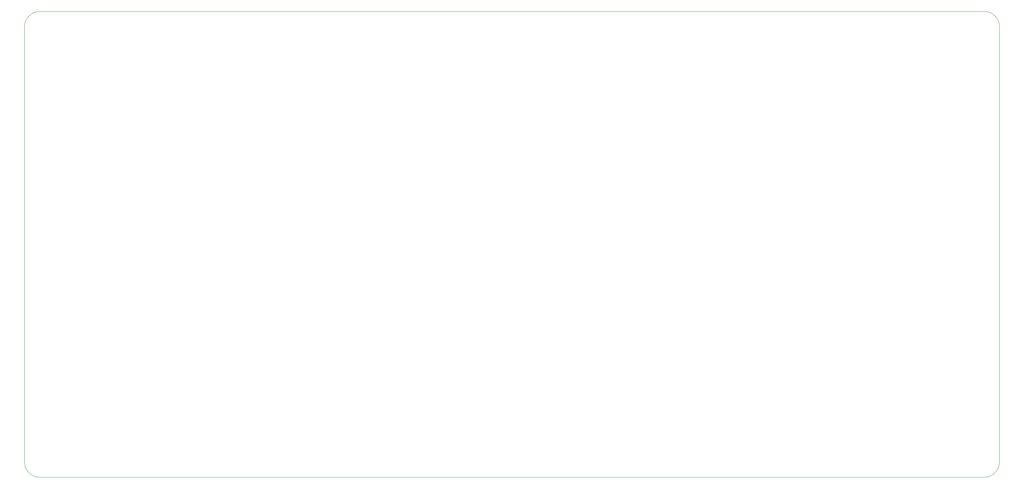
<source format=gbr>
G04 #@! TF.GenerationSoftware,KiCad,Pcbnew,(5.1.5)-3*
G04 #@! TF.CreationDate,2020-05-22T12:40:10+02:00*
G04 #@! TF.ProjectId,m1d1_36,6d316431-5f33-4362-9e6b-696361645f70,rev?*
G04 #@! TF.SameCoordinates,Original*
G04 #@! TF.FileFunction,Profile,NP*
%FSLAX46Y46*%
G04 Gerber Fmt 4.6, Leading zero omitted, Abs format (unit mm)*
G04 Created by KiCad (PCBNEW (5.1.5)-3) date 2020-05-22 12:40:10*
%MOMM*%
%LPD*%
G04 APERTURE LIST*
%ADD10C,0.050000*%
G04 APERTURE END LIST*
D10*
X23368000Y-36068000D02*
G75*
G02X27178000Y-32258000I3810000J0D01*
G01*
X263906000Y-32258000D02*
X27178000Y-32258000D01*
X263906000Y-32258000D02*
G75*
G02X267716000Y-36068000I0J-3810000D01*
G01*
X267716000Y-145288000D02*
X267716000Y-36068000D01*
X23368000Y-145288000D02*
X23368000Y-36068000D01*
X267716000Y-145288000D02*
G75*
G02X263906000Y-149098000I-3810000J0D01*
G01*
X27178000Y-149098000D02*
G75*
G02X23368000Y-145288000I0J3810000D01*
G01*
X263906000Y-149098000D02*
X27178000Y-149098000D01*
M02*

</source>
